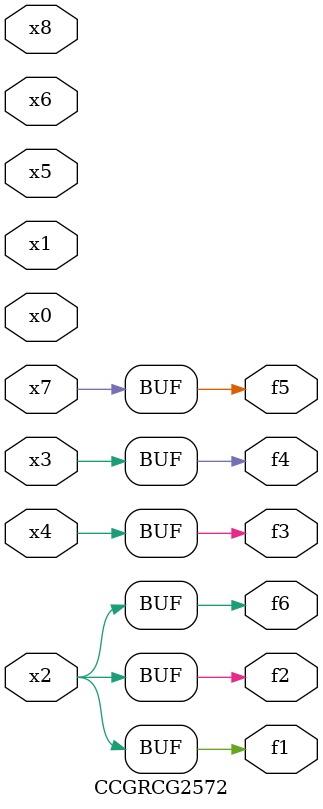
<source format=v>
module CCGRCG2572(
	input x0, x1, x2, x3, x4, x5, x6, x7, x8,
	output f1, f2, f3, f4, f5, f6
);
	assign f1 = x2;
	assign f2 = x2;
	assign f3 = x4;
	assign f4 = x3;
	assign f5 = x7;
	assign f6 = x2;
endmodule

</source>
